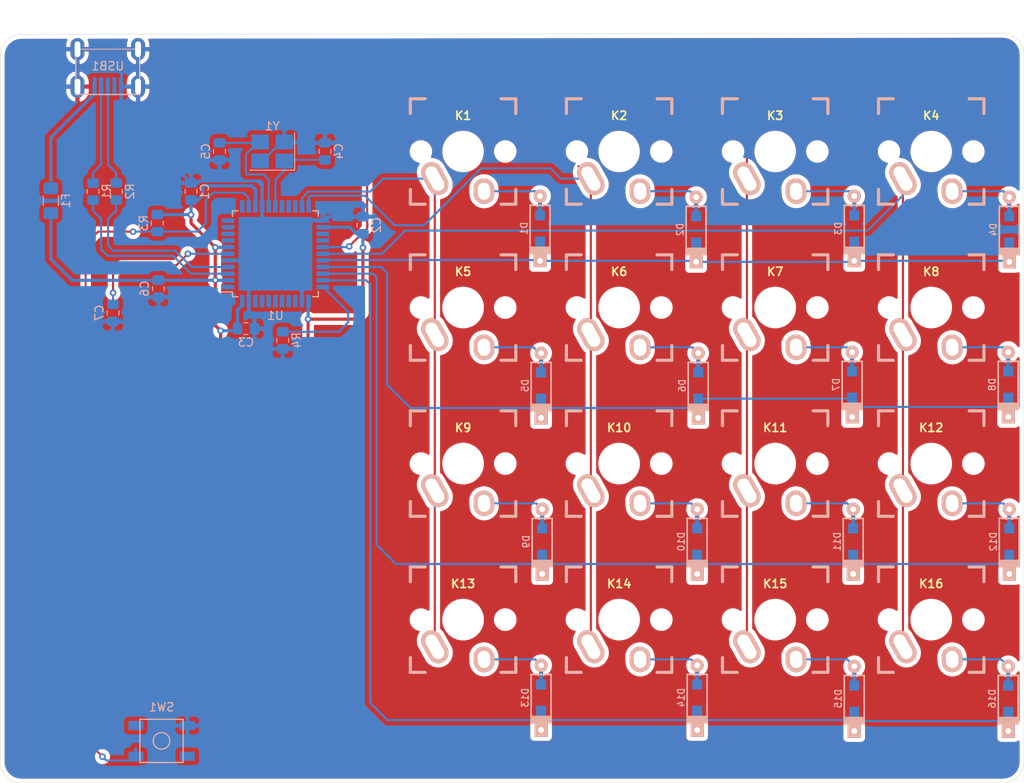
<source format=kicad_pcb>
(kicad_pcb (version 20171130) (host pcbnew "(5.1.2)-2")
  (layers (0 F.Cu signal) (31 B.Cu signal) (34 B.Paste user) (35 F.Paste user) (36 B.SilkS user) (37 F.SilkS user) (38 B.Mask user) (39 F.Mask user) (44 Edge.Cuts user))
  (net 0 "")
  (net 1 +5V)
  (net 2 "Net-(C4-Pad1)")
  (net 3 "Net-(C5-Pad1)")
  (net 4 "Net-(C7-Pad1)")
  (net 5 "Net-(D1-Pad2)")
  (net 6 ROW0)
  (net 7 "Net-(D2-Pad2)")
  (net 8 ROW1)
  (net 9 "Net-(D3-Pad2)")
  (net 10 ROW2)
  (net 11 "Net-(D4-Pad2)")
  (net 12 ROW3)
  (net 13 "Net-(D5-Pad2)")
  (net 14 "Net-(D6-Pad2)")
  (net 15 "Net-(D7-Pad2)")
  (net 16 "Net-(D8-Pad2)")
  (net 17 "Net-(D9-Pad2)")
  (net 18 "Net-(D10-Pad2)")
  (net 19 "Net-(D11-Pad2)")
  (net 20 "Net-(D12-Pad2)")
  (net 21 "Net-(D13-Pad2)")
  (net 22 "Net-(D14-Pad2)")
  (net 23 "Net-(D15-Pad2)")
  (net 24 "Net-(D16-Pad2)")
  (net 25 VCC)
  (net 26 COL0)
  (net 27 COL1)
  (net 28 COL2)
  (net 29 COL3)
  (net 30 D-)
  (net 31 "Net-(R1-Pad1)")
  (net 32 D+)
  (net 33 "Net-(R2-Pad1)")
  (net 34 "Net-(R3-Pad2)")
  (net 35 "Net-(R4-Pad2)")
  (net 36 "Net-(U1-Pad42)")
  (net 37 "Net-(U1-Pad41)")
  (net 38 "Net-(U1-Pad40)")
  (net 39 "Net-(U1-Pad39)")
  (net 40 "Net-(U1-Pad38)")
  (net 41 "Net-(U1-Pad37)")
  (net 42 "Net-(U1-Pad36)")
  (net 43 "Net-(U1-Pad26)")
  (net 44 "Net-(U1-Pad25)")
  (net 45 "Net-(U1-Pad20)")
  (net 46 "Net-(U1-Pad19)")
  (net 47 "Net-(U1-Pad18)")
  (net 48 "Net-(U1-Pad12)")
  (net 49 "Net-(U1-Pad11)")
  (net 50 "Net-(U1-Pad10)")
  (net 51 "Net-(U1-Pad9)")
  (net 52 "Net-(U1-Pad8)")
  (net 53 "Net-(U1-Pad1)")
  (net 54 "Net-(USB1-Pad2)")
  (net 55 GND)
  (module random-keyboard-parts:Molex-0548190589 (layer B.Cu) (at 146.304 38.735 270)
    (fp_text reference USB1 (at 2.032 0 180) (layer B.SilkS) (effects (justify mirror)))
    (fp_text value Molex-0548190589)
    (pad 6 thru_hole oval (at 0 3.65 270) (size 2.7 1.7) (drill oval 1.9 0.7) (layers *.Cu *.Mask) (net 55 GND))
    (pad 6 thru_hole oval (at 0 -3.65 270) (size 2.7 1.7) (drill oval 1.9 0.7) (layers *.Cu *.Mask) (net 55 GND))
    (pad 6 thru_hole oval (at 4.5 -3.65 270) (size 2.7 1.7) (drill oval 1.9 0.7) (layers *.Cu *.Mask) (net 55 GND))
    (pad 6 thru_hole oval (at 4.5 3.65 270) (size 2.7 1.7) (drill oval 1.9 0.7) (layers *.Cu *.Mask) (net 55 GND))
    (pad 5 smd rect (at 4.5 1.6 270) (size 2.25 0.5) (layers B.Cu B.Paste B.Mask) (net 25 VCC))
    (pad 4 smd rect (at 4.5 0.8 270) (size 2.25 0.5) (layers B.Cu B.Paste B.Mask) (net 30 D-))
    (pad 3 smd rect (at 4.5 0 270) (size 2.25 0.5) (layers B.Cu B.Paste B.Mask) (net 32 D+))
    (pad 2 smd rect (at 4.5 -0.8 270) (size 2.25 0.5) (layers B.Cu B.Paste B.Mask) (net 54 "Net-(USB1-Pad2)"))
    (pad 1 smd rect (at 4.5 -1.6 270) (size 2.25 0.5) (layers B.Cu B.Paste B.Mask) (net 55 GND))
  )
  (module Crystal:Crystal_SMD_3225-4Pin_3.2x2.5mm_HandSoldering (layer B.Cu) (at 166.116 51.054 180)
    (fp_text reference Y1 (at 0 3.05 180) (layer B.SilkS) (effects (justify mirror)))
    (fp_text value 16MHz)
    (pad 4 smd rect (at -1.45 1.15 180) (size 2.1 1.8) (layers B.Cu B.Paste B.Mask) (net 55 GND))
    (pad 3 smd rect (at 1.45 1.15 180) (size 2.1 1.8) (layers B.Cu B.Paste B.Mask) (net 3 "Net-(C5-Pad1)"))
    (pad 2 smd rect (at 1.45 -1.15 180) (size 2.1 1.8) (layers B.Cu B.Paste B.Mask) (net 55 GND))
    (pad 1 smd rect (at -1.45 -1.15 180) (size 2.1 1.8) (layers B.Cu B.Paste B.Mask) (net 2 "Net-(C4-Pad1)"))
  )
  (module Package_QFP:TQFP-44_10x10mm_P0.8mm (layer B.Cu) (at 166.497 63.373)
    (fp_text reference U1 (at 0 7.45) (layer B.SilkS) (effects (justify mirror)))
    (fp_text value ATmega32U4-AU)
    (pad 44 smd rect (at -4 5.7 270) (size 1.5 0.55) (layers B.Cu B.Paste B.Mask) (net 1 +5V))
    (pad 43 smd rect (at -3.2 5.7 270) (size 1.5 0.55) (layers B.Cu B.Paste B.Mask) (net 55 GND))
    (pad 42 smd rect (at -2.4 5.7 270) (size 1.5 0.55) (layers B.Cu B.Paste B.Mask) (net 36 "Net-(U1-Pad42)"))
    (pad 41 smd rect (at -1.6 5.7 270) (size 1.5 0.55) (layers B.Cu B.Paste B.Mask) (net 37 "Net-(U1-Pad41)"))
    (pad 40 smd rect (at -0.8 5.7 270) (size 1.5 0.55) (layers B.Cu B.Paste B.Mask) (net 38 "Net-(U1-Pad40)"))
    (pad 39 smd rect (at 0 5.7 270) (size 1.5 0.55) (layers B.Cu B.Paste B.Mask) (net 39 "Net-(U1-Pad39)"))
    (pad 38 smd rect (at 0.8 5.7 270) (size 1.5 0.55) (layers B.Cu B.Paste B.Mask) (net 40 "Net-(U1-Pad38)"))
    (pad 37 smd rect (at 1.6 5.7 270) (size 1.5 0.55) (layers B.Cu B.Paste B.Mask) (net 41 "Net-(U1-Pad37)"))
    (pad 36 smd rect (at 2.4 5.7 270) (size 1.5 0.55) (layers B.Cu B.Paste B.Mask) (net 42 "Net-(U1-Pad36)"))
    (pad 35 smd rect (at 3.2 5.7 270) (size 1.5 0.55) (layers B.Cu B.Paste B.Mask) (net 55 GND))
    (pad 34 smd rect (at 4 5.7 270) (size 1.5 0.55) (layers B.Cu B.Paste B.Mask) (net 1 +5V))
    (pad 33 smd rect (at 5.7 4) (size 1.5 0.55) (layers B.Cu B.Paste B.Mask) (net 35 "Net-(R4-Pad2)"))
    (pad 32 smd rect (at 5.7 3.2) (size 1.5 0.55) (layers B.Cu B.Paste B.Mask) (net 12 ROW3))
    (pad 31 smd rect (at 5.7 2.4) (size 1.5 0.55) (layers B.Cu B.Paste B.Mask) (net 10 ROW2))
    (pad 30 smd rect (at 5.7 1.6) (size 1.5 0.55) (layers B.Cu B.Paste B.Mask) (net 8 ROW1))
    (pad 29 smd rect (at 5.7 0.8) (size 1.5 0.55) (layers B.Cu B.Paste B.Mask) (net 6 ROW0))
    (pad 28 smd rect (at 5.7 0) (size 1.5 0.55) (layers B.Cu B.Paste B.Mask) (net 29 COL3))
    (pad 27 smd rect (at 5.7 -0.8) (size 1.5 0.55) (layers B.Cu B.Paste B.Mask) (net 28 COL2))
    (pad 26 smd rect (at 5.7 -1.6) (size 1.5 0.55) (layers B.Cu B.Paste B.Mask) (net 43 "Net-(U1-Pad26)"))
    (pad 25 smd rect (at 5.7 -2.4) (size 1.5 0.55) (layers B.Cu B.Paste B.Mask) (net 44 "Net-(U1-Pad25)"))
    (pad 24 smd rect (at 5.7 -3.2) (size 1.5 0.55) (layers B.Cu B.Paste B.Mask) (net 1 +5V))
    (pad 23 smd rect (at 5.7 -4) (size 1.5 0.55) (layers B.Cu B.Paste B.Mask) (net 55 GND))
    (pad 22 smd rect (at 4 -5.7 270) (size 1.5 0.55) (layers B.Cu B.Paste B.Mask) (net 27 COL1))
    (pad 21 smd rect (at 3.2 -5.7 270) (size 1.5 0.55) (layers B.Cu B.Paste B.Mask) (net 26 COL0))
    (pad 20 smd rect (at 2.4 -5.7 270) (size 1.5 0.55) (layers B.Cu B.Paste B.Mask) (net 45 "Net-(U1-Pad20)"))
    (pad 19 smd rect (at 1.6 -5.7 270) (size 1.5 0.55) (layers B.Cu B.Paste B.Mask) (net 46 "Net-(U1-Pad19)"))
    (pad 18 smd rect (at 0.8 -5.7 270) (size 1.5 0.55) (layers B.Cu B.Paste B.Mask) (net 47 "Net-(U1-Pad18)"))
    (pad 17 smd rect (at 0 -5.7 270) (size 1.5 0.55) (layers B.Cu B.Paste B.Mask) (net 2 "Net-(C4-Pad1)"))
    (pad 16 smd rect (at -0.8 -5.7 270) (size 1.5 0.55) (layers B.Cu B.Paste B.Mask) (net 3 "Net-(C5-Pad1)"))
    (pad 15 smd rect (at -1.6 -5.7 270) (size 1.5 0.55) (layers B.Cu B.Paste B.Mask) (net 55 GND))
    (pad 14 smd rect (at -2.4 -5.7 270) (size 1.5 0.55) (layers B.Cu B.Paste B.Mask) (net 1 +5V))
    (pad 13 smd rect (at -3.2 -5.7 270) (size 1.5 0.55) (layers B.Cu B.Paste B.Mask) (net 34 "Net-(R3-Pad2)"))
    (pad 12 smd rect (at -4 -5.7 270) (size 1.5 0.55) (layers B.Cu B.Paste B.Mask) (net 48 "Net-(U1-Pad12)"))
    (pad 11 smd rect (at -5.7 -4) (size 1.5 0.55) (layers B.Cu B.Paste B.Mask) (net 49 "Net-(U1-Pad11)"))
    (pad 10 smd rect (at -5.7 -3.2) (size 1.5 0.55) (layers B.Cu B.Paste B.Mask) (net 50 "Net-(U1-Pad10)"))
    (pad 9 smd rect (at -5.7 -2.4) (size 1.5 0.55) (layers B.Cu B.Paste B.Mask) (net 51 "Net-(U1-Pad9)"))
    (pad 8 smd rect (at -5.7 -1.6) (size 1.5 0.55) (layers B.Cu B.Paste B.Mask) (net 52 "Net-(U1-Pad8)"))
    (pad 7 smd rect (at -5.7 -0.8) (size 1.5 0.55) (layers B.Cu B.Paste B.Mask) (net 1 +5V))
    (pad 6 smd rect (at -5.7 0) (size 1.5 0.55) (layers B.Cu B.Paste B.Mask) (net 4 "Net-(C7-Pad1)"))
    (pad 5 smd rect (at -5.7 0.8) (size 1.5 0.55) (layers B.Cu B.Paste B.Mask) (net 55 GND))
    (pad 4 smd rect (at -5.7 1.6) (size 1.5 0.55) (layers B.Cu B.Paste B.Mask) (net 33 "Net-(R2-Pad1)"))
    (pad 3 smd rect (at -5.7 2.4) (size 1.5 0.55) (layers B.Cu B.Paste B.Mask) (net 31 "Net-(R1-Pad1)"))
    (pad 2 smd rect (at -5.7 3.2) (size 1.5 0.55) (layers B.Cu B.Paste B.Mask) (net 1 +5V))
    (pad 1 smd rect (at -5.7 4) (size 1.5 0.55) (layers B.Cu B.Paste B.Mask) (net 53 "Net-(U1-Pad1)"))
  )
  (module random-keyboard-parts:SKQG-1155865 (layer B.Cu) (at 152.781 122.047)
    (fp_text reference SW1 (at 0 -4.064) (layer B.SilkS) (effects (justify mirror)))
    (fp_text value SW_PUSH)
    (pad 4 smd rect (at -3.1 -1.85) (size 1.8 1.1) (layers B.Cu B.Paste B.Mask))
    (pad 3 smd rect (at 3.1 1.85) (size 1.8 1.1) (layers B.Cu B.Paste B.Mask))
    (pad 2 smd rect (at -3.1 1.85) (size 1.8 1.1) (layers B.Cu B.Paste B.Mask) (net 34 "Net-(R3-Pad2)"))
    (pad 1 smd rect (at 3.1 -1.85) (size 1.8 1.1) (layers B.Cu B.Paste B.Mask) (net 55 GND))
  )
  (module Resistor_SMD:R_0805_2012Metric_Pad1.15x1.40mm_HandSolder (layer B.Cu) (at 167.386 73.796 90)
    (fp_text reference R4 (at 0 1.65 90) (layer B.SilkS) (effects (justify mirror)))
    (fp_text value 10k)
    (pad 2 smd roundrect (at 1.025 0 90) (size 1.15 1.4) (layers B.Cu B.Paste B.Mask) (roundrect_rratio 0.217391) (net 35 "Net-(R4-Pad2)"))
    (pad 1 smd roundrect (at -1.025 0 90) (size 1.15 1.4) (layers B.Cu B.Paste B.Mask) (roundrect_rratio 0.217391) (net 55 GND))
  )
  (module Resistor_SMD:R_0805_2012Metric_Pad1.15x1.40mm_HandSolder (layer B.Cu) (at 152.273 59.681 270)
    (fp_text reference R3 (at 0 1.65 90) (layer B.SilkS) (effects (justify mirror)))
    (fp_text value 10k)
    (pad 2 smd roundrect (at 1.025 0 270) (size 1.15 1.4) (layers B.Cu B.Paste B.Mask) (roundrect_rratio 0.217391) (net 34 "Net-(R3-Pad2)"))
    (pad 1 smd roundrect (at -1.025 0 270) (size 1.15 1.4) (layers B.Cu B.Paste B.Mask) (roundrect_rratio 0.217391) (net 1 +5V))
  )
  (module Resistor_SMD:R_0805_2012Metric_Pad1.15x1.40mm_HandSolder (layer B.Cu) (at 147.32 55.871 90)
    (fp_text reference R2 (at 0 1.65 270) (layer B.SilkS) (effects (justify mirror)))
    (fp_text value 22)
    (pad 2 smd roundrect (at 1.025 0 90) (size 1.15 1.4) (layers B.Cu B.Paste B.Mask) (roundrect_rratio 0.217391) (net 32 D+))
    (pad 1 smd roundrect (at -1.025 0 90) (size 1.15 1.4) (layers B.Cu B.Paste B.Mask) (roundrect_rratio 0.217391) (net 33 "Net-(R2-Pad1)"))
  )
  (module Resistor_SMD:R_0805_2012Metric_Pad1.15x1.40mm_HandSolder (layer B.Cu) (at 144.526 55.889 90)
    (fp_text reference R1 (at 0 1.65 90) (layer B.SilkS) (effects (justify mirror)))
    (fp_text value 22)
    (pad 2 smd roundrect (at 1.025 0 90) (size 1.15 1.4) (layers B.Cu B.Paste B.Mask) (roundrect_rratio 0.217391) (net 30 D-))
    (pad 1 smd roundrect (at -1.025 0 90) (size 1.15 1.4) (layers B.Cu B.Paste B.Mask) (roundrect_rratio 0.217391) (net 31 "Net-(R1-Pad1)"))
  )
  (module keebs:Mx_Alps_100 (layer B.Cu) (at 245.491 107.442)
    (fp_text reference K16 (at 0 -4.318) (layer F.SilkS) (effects (font (thickness 0.2))))
    (fp_text value KEYSW hide)
    (pad 2 thru_hole oval (at 2.52 4.79 3.9) (size 2.5 3.08) (drill oval 1.5 2.08) (layers *.Cu *.Mask B.SilkS) (net 24 "Net-(D16-Pad2)"))
    (pad 1 thru_hole oval (at -3.405 3.27 29.05) (size 2.5 4.17) (drill oval 1.5 3.17) (layers *.Cu *.Mask B.SilkS) (net 29 COL3))
    (pad HOLE np_thru_hole circle (at 5.08 0) (size 1.7018 1.7018) (drill 1.7018) (layers *.Cu))
    (pad HOLE np_thru_hole circle (at -5.08 0) (size 1.7018 1.7018) (drill 1.7018) (layers *.Cu))
    (pad HOLE np_thru_hole circle (at 0 0) (size 3.9878 3.9878) (drill 3.9878) (layers *.Cu))
  )
  (module keebs:Mx_Alps_100 (layer B.Cu) (at 245.491 88.646)
    (fp_text reference K12 (at 0 -4.318) (layer F.SilkS) (effects (font (thickness 0.2))))
    (fp_text value KEYSW hide)
    (pad 2 thru_hole oval (at 2.52 4.79 3.9) (size 2.5 3.08) (drill oval 1.5 2.08) (layers *.Cu *.Mask B.SilkS) (net 20 "Net-(D12-Pad2)"))
    (pad 1 thru_hole oval (at -3.405 3.27 29.05) (size 2.5 4.17) (drill oval 1.5 3.17) (layers *.Cu *.Mask B.SilkS) (net 29 COL3))
    (pad HOLE np_thru_hole circle (at 5.08 0) (size 1.7018 1.7018) (drill 1.7018) (layers *.Cu))
    (pad HOLE np_thru_hole circle (at -5.08 0) (size 1.7018 1.7018) (drill 1.7018) (layers *.Cu))
    (pad HOLE np_thru_hole circle (at 0 0) (size 3.9878 3.9878) (drill 3.9878) (layers *.Cu))
  )
  (module keebs:Mx_Alps_100 (layer B.Cu) (at 245.491 69.85)
    (fp_text reference K8 (at 0 -4.318) (layer F.SilkS) (effects (font (thickness 0.2))))
    (fp_text value KEYSW hide)
    (pad 2 thru_hole oval (at 2.52 4.79 3.9) (size 2.5 3.08) (drill oval 1.5 2.08) (layers *.Cu *.Mask B.SilkS) (net 16 "Net-(D8-Pad2)"))
    (pad 1 thru_hole oval (at -3.405 3.27 29.05) (size 2.5 4.17) (drill oval 1.5 3.17) (layers *.Cu *.Mask B.SilkS) (net 29 COL3))
    (pad HOLE np_thru_hole circle (at 5.08 0) (size 1.7018 1.7018) (drill 1.7018) (layers *.Cu))
    (pad HOLE np_thru_hole circle (at -5.08 0) (size 1.7018 1.7018) (drill 1.7018) (layers *.Cu))
    (pad HOLE np_thru_hole circle (at 0 0) (size 3.9878 3.9878) (drill 3.9878) (layers *.Cu))
  )
  (module keebs:Mx_Alps_100 (layer B.Cu) (at 245.491 51.054)
    (fp_text reference K4 (at 0 -4.318) (layer F.SilkS) (effects (font (thickness 0.2))))
    (fp_text value KEYSW hide)
    (pad 2 thru_hole oval (at 2.52 4.79 3.9) (size 2.5 3.08) (drill oval 1.5 2.08) (layers *.Cu *.Mask B.SilkS) (net 11 "Net-(D4-Pad2)"))
    (pad 1 thru_hole oval (at -3.405 3.27 29.05) (size 2.5 4.17) (drill oval 1.5 3.17) (layers *.Cu *.Mask B.SilkS) (net 29 COL3))
    (pad HOLE np_thru_hole circle (at 5.08 0) (size 1.7018 1.7018) (drill 1.7018) (layers *.Cu))
    (pad HOLE np_thru_hole circle (at -5.08 0) (size 1.7018 1.7018) (drill 1.7018) (layers *.Cu))
    (pad HOLE np_thru_hole circle (at 0 0) (size 3.9878 3.9878) (drill 3.9878) (layers *.Cu))
  )
  (module keebs:Mx_Alps_100 (layer B.Cu) (at 226.695 107.442)
    (fp_text reference K15 (at 0 -4.318) (layer F.SilkS) (effects (font (thickness 0.2))))
    (fp_text value KEYSW hide)
    (pad 2 thru_hole oval (at 2.52 4.79 3.9) (size 2.5 3.08) (drill oval 1.5 2.08) (layers *.Cu *.Mask B.SilkS) (net 23 "Net-(D15-Pad2)"))
    (pad 1 thru_hole oval (at -3.405 3.27 29.05) (size 2.5 4.17) (drill oval 1.5 3.17) (layers *.Cu *.Mask B.SilkS) (net 28 COL2))
    (pad HOLE np_thru_hole circle (at 5.08 0) (size 1.7018 1.7018) (drill 1.7018) (layers *.Cu))
    (pad HOLE np_thru_hole circle (at -5.08 0) (size 1.7018 1.7018) (drill 1.7018) (layers *.Cu))
    (pad HOLE np_thru_hole circle (at 0 0) (size 3.9878 3.9878) (drill 3.9878) (layers *.Cu))
  )
  (module keebs:Mx_Alps_100 (layer B.Cu) (at 226.695 88.646)
    (fp_text reference K11 (at 0 -4.318) (layer F.SilkS) (effects (font (thickness 0.2))))
    (fp_text value KEYSW hide)
    (pad 2 thru_hole oval (at 2.52 4.79 3.9) (size 2.5 3.08) (drill oval 1.5 2.08) (layers *.Cu *.Mask B.SilkS) (net 19 "Net-(D11-Pad2)"))
    (pad 1 thru_hole oval (at -3.405 3.27 29.05) (size 2.5 4.17) (drill oval 1.5 3.17) (layers *.Cu *.Mask B.SilkS) (net 28 COL2))
    (pad HOLE np_thru_hole circle (at 5.08 0) (size 1.7018 1.7018) (drill 1.7018) (layers *.Cu))
    (pad HOLE np_thru_hole circle (at -5.08 0) (size 1.7018 1.7018) (drill 1.7018) (layers *.Cu))
    (pad HOLE np_thru_hole circle (at 0 0) (size 3.9878 3.9878) (drill 3.9878) (layers *.Cu))
  )
  (module keebs:Mx_Alps_100 (layer B.Cu) (at 226.695 69.85)
    (fp_text reference K7 (at 0 -4.318) (layer F.SilkS) (effects (font (thickness 0.2))))
    (fp_text value KEYSW hide)
    (pad 2 thru_hole oval (at 2.52 4.79 3.9) (size 2.5 3.08) (drill oval 1.5 2.08) (layers *.Cu *.Mask B.SilkS) (net 15 "Net-(D7-Pad2)"))
    (pad 1 thru_hole oval (at -3.405 3.27 29.05) (size 2.5 4.17) (drill oval 1.5 3.17) (layers *.Cu *.Mask B.SilkS) (net 28 COL2))
    (pad HOLE np_thru_hole circle (at 5.08 0) (size 1.7018 1.7018) (drill 1.7018) (layers *.Cu))
    (pad HOLE np_thru_hole circle (at -5.08 0) (size 1.7018 1.7018) (drill 1.7018) (layers *.Cu))
    (pad HOLE np_thru_hole circle (at 0 0) (size 3.9878 3.9878) (drill 3.9878) (layers *.Cu))
  )
  (module keebs:Mx_Alps_100 (layer B.Cu) (at 226.695 51.054)
    (fp_text reference K3 (at 0 -4.318) (layer F.SilkS) (effects (font (thickness 0.2))))
    (fp_text value KEYSW hide)
    (pad 2 thru_hole oval (at 2.52 4.79 3.9) (size 2.5 3.08) (drill oval 1.5 2.08) (layers *.Cu *.Mask B.SilkS) (net 9 "Net-(D3-Pad2)"))
    (pad 1 thru_hole oval (at -3.405 3.27 29.05) (size 2.5 4.17) (drill oval 1.5 3.17) (layers *.Cu *.Mask B.SilkS) (net 28 COL2))
    (pad HOLE np_thru_hole circle (at 5.08 0) (size 1.7018 1.7018) (drill 1.7018) (layers *.Cu))
    (pad HOLE np_thru_hole circle (at -5.08 0) (size 1.7018 1.7018) (drill 1.7018) (layers *.Cu))
    (pad HOLE np_thru_hole circle (at 0 0) (size 3.9878 3.9878) (drill 3.9878) (layers *.Cu))
  )
  (module keebs:Mx_Alps_100 (layer B.Cu) (at 207.899 107.442)
    (fp_text reference K14 (at 0 -4.318) (layer F.SilkS) (effects (font (thickness 0.2))))
    (fp_text value KEYSW hide)
    (pad 2 thru_hole oval (at 2.52 4.79 3.9) (size 2.5 3.08) (drill oval 1.5 2.08) (layers *.Cu *.Mask B.SilkS) (net 22 "Net-(D14-Pad2)"))
    (pad 1 thru_hole oval (at -3.405 3.27 29.05) (size 2.5 4.17) (drill oval 1.5 3.17) (layers *.Cu *.Mask B.SilkS) (net 27 COL1))
    (pad HOLE np_thru_hole circle (at 5.08 0) (size 1.7018 1.7018) (drill 1.7018) (layers *.Cu))
    (pad HOLE np_thru_hole circle (at -5.08 0) (size 1.7018 1.7018) (drill 1.7018) (layers *.Cu))
    (pad HOLE np_thru_hole circle (at 0 0) (size 3.9878 3.9878) (drill 3.9878) (layers *.Cu))
  )
  (module keebs:Mx_Alps_100 (layer B.Cu) (at 207.899 88.646)
    (fp_text reference K10 (at 0 -4.318) (layer F.SilkS) (effects (font (thickness 0.2))))
    (fp_text value KEYSW hide)
    (pad 2 thru_hole oval (at 2.52 4.79 3.9) (size 2.5 3.08) (drill oval 1.5 2.08) (layers *.Cu *.Mask B.SilkS) (net 18 "Net-(D10-Pad2)"))
    (pad 1 thru_hole oval (at -3.405 3.27 29.05) (size 2.5 4.17) (drill oval 1.5 3.17) (layers *.Cu *.Mask B.SilkS) (net 27 COL1))
    (pad HOLE np_thru_hole circle (at 5.08 0) (size 1.7018 1.7018) (drill 1.7018) (layers *.Cu))
    (pad HOLE np_thru_hole circle (at -5.08 0) (size 1.7018 1.7018) (drill 1.7018) (layers *.Cu))
    (pad HOLE np_thru_hole circle (at 0 0) (size 3.9878 3.9878) (drill 3.9878) (layers *.Cu))
  )
  (module keebs:Mx_Alps_100 (layer B.Cu) (at 207.899 69.85)
    (fp_text reference K6 (at 0 -4.318) (layer F.SilkS) (effects (font (thickness 0.2))))
    (fp_text value KEYSW hide)
    (pad 2 thru_hole oval (at 2.52 4.79 3.9) (size 2.5 3.08) (drill oval 1.5 2.08) (layers *.Cu *.Mask B.SilkS) (net 14 "Net-(D6-Pad2)"))
    (pad 1 thru_hole oval (at -3.405 3.27 29.05) (size 2.5 4.17) (drill oval 1.5 3.17) (layers *.Cu *.Mask B.SilkS) (net 27 COL1))
    (pad HOLE np_thru_hole circle (at 5.08 0) (size 1.7018 1.7018) (drill 1.7018) (layers *.Cu))
    (pad HOLE np_thru_hole circle (at -5.08 0) (size 1.7018 1.7018) (drill 1.7018) (layers *.Cu))
    (pad HOLE np_thru_hole circle (at 0 0) (size 3.9878 3.9878) (drill 3.9878) (layers *.Cu))
  )
  (module keebs:Mx_Alps_100 (layer B.Cu) (at 207.899 51.054)
    (fp_text reference K2 (at 0 -4.318) (layer F.SilkS) (effects (font (thickness 0.2))))
    (fp_text value KEYSW hide)
    (pad 2 thru_hole oval (at 2.52 4.79 3.9) (size 2.5 3.08) (drill oval 1.5 2.08) (layers *.Cu *.Mask B.SilkS) (net 7 "Net-(D2-Pad2)"))
    (pad 1 thru_hole oval (at -3.405 3.27 29.05) (size 2.5 4.17) (drill oval 1.5 3.17) (layers *.Cu *.Mask B.SilkS) (net 27 COL1))
    (pad HOLE np_thru_hole circle (at 5.08 0) (size 1.7018 1.7018) (drill 1.7018) (layers *.Cu))
    (pad HOLE np_thru_hole circle (at -5.08 0) (size 1.7018 1.7018) (drill 1.7018) (layers *.Cu))
    (pad HOLE np_thru_hole circle (at 0 0) (size 3.9878 3.9878) (drill 3.9878) (layers *.Cu))
  )
  (module keebs:Mx_Alps_100 (layer B.Cu) (at 189.103 107.442)
    (fp_text reference K13 (at 0 -4.318) (layer F.SilkS) (effects (font (thickness 0.2))))
    (fp_text value KEYSW hide)
    (pad 2 thru_hole oval (at 2.52 4.79 3.9) (size 2.5 3.08) (drill oval 1.5 2.08) (layers *.Cu *.Mask B.SilkS) (net 21 "Net-(D13-Pad2)"))
    (pad 1 thru_hole oval (at -3.405 3.27 29.05) (size 2.5 4.17) (drill oval 1.5 3.17) (layers *.Cu *.Mask B.SilkS) (net 26 COL0))
    (pad HOLE np_thru_hole circle (at 5.08 0) (size 1.7018 1.7018) (drill 1.7018) (layers *.Cu))
    (pad HOLE np_thru_hole circle (at -5.08 0) (size 1.7018 1.7018) (drill 1.7018) (layers *.Cu))
    (pad HOLE np_thru_hole circle (at 0 0) (size 3.9878 3.9878) (drill 3.9878) (layers *.Cu))
  )
  (module keebs:Mx_Alps_100 (layer B.Cu) (at 189.103 88.646)
    (fp_text reference K9 (at 0 -4.318) (layer F.SilkS) (effects (font (thickness 0.2))))
    (fp_text value KEYSW hide)
    (pad 2 thru_hole oval (at 2.52 4.79 3.9) (size 2.5 3.08) (drill oval 1.5 2.08) (layers *.Cu *.Mask B.SilkS) (net 17 "Net-(D9-Pad2)"))
    (pad 1 thru_hole oval (at -3.405 3.27 29.05) (size 2.5 4.17) (drill oval 1.5 3.17) (layers *.Cu *.Mask B.SilkS) (net 26 COL0))
    (pad HOLE np_thru_hole circle (at 5.08 0) (size 1.7018 1.7018) (drill 1.7018) (layers *.Cu))
    (pad HOLE np_thru_hole circle (at -5.08 0) (size 1.7018 1.7018) (drill 1.7018) (layers *.Cu))
    (pad HOLE np_thru_hole circle (at 0 0) (size 3.9878 3.9878) (drill 3.9878) (layers *.Cu))
  )
  (module keebs:Mx_Alps_100 (layer B.Cu) (at 189.103 69.85)
    (fp_text reference K5 (at 0 -4.318) (layer F.SilkS) (effects (font (thickness 0.2))))
    (fp_text value KEYSW hide)
    (pad 2 thru_hole oval (at 2.52 4.79 3.9) (size 2.5 3.08) (drill oval 1.5 2.08) (layers *.Cu *.Mask B.SilkS) (net 13 "Net-(D5-Pad2)"))
    (pad 1 thru_hole oval (at -3.405 3.27 29.05) (size 2.5 4.17) (drill oval 1.5 3.17) (layers *.Cu *.Mask B.SilkS) (net 26 COL0))
    (pad HOLE np_thru_hole circle (at 5.08 0) (size 1.7018 1.7018) (drill 1.7018) (layers *.Cu))
    (pad HOLE np_thru_hole circle (at -5.08 0) (size 1.7018 1.7018) (drill 1.7018) (layers *.Cu))
    (pad HOLE np_thru_hole circle (at 0 0) (size 3.9878 3.9878) (drill 3.9878) (layers *.Cu))
  )
  (module keebs:Mx_Alps_100 (layer B.Cu) (at 189.103 51.054)
    (fp_text reference K1 (at 0 -4.318) (layer F.SilkS) (effects (font (thickness 0.2))))
    (fp_text value KEYSW hide)
    (pad 2 thru_hole oval (at 2.52 4.79 3.9) (size 2.5 3.08) (drill oval 1.5 2.08) (layers *.Cu *.Mask B.SilkS) (net 5 "Net-(D1-Pad2)"))
    (pad 1 thru_hole oval (at -3.405 3.27 29.05) (size 2.5 4.17) (drill oval 1.5 3.17) (layers *.Cu *.Mask B.SilkS) (net 26 COL0))
    (pad HOLE np_thru_hole circle (at 5.08 0) (size 1.7018 1.7018) (drill 1.7018) (layers *.Cu))
    (pad HOLE np_thru_hole circle (at -5.08 0) (size 1.7018 1.7018) (drill 1.7018) (layers *.Cu))
    (pad HOLE np_thru_hole circle (at 0 0) (size 3.9878 3.9878) (drill 3.9878) (layers *.Cu))
  )
  (module Fuse:Fuse_1206_3216Metric_Pad1.42x1.75mm_HandSolder (layer B.Cu) (at 139.446 56.9865 90)
    (fp_text reference F1 (at 0 1.82 90) (layer B.SilkS) (effects (justify mirror)))
    (fp_text value 500mA)
    (pad 2 smd roundrect (at 1.4875 0 90) (size 1.425 1.75) (layers B.Cu B.Paste B.Mask) (roundrect_rratio 0.175439) (net 25 VCC))
    (pad 1 smd roundrect (at -1.4875 0 90) (size 1.425 1.75) (layers B.Cu B.Paste B.Mask) (roundrect_rratio 0.175439) (net 1 +5V))
  )
  (module keyboard_parts:D_SOD123_axial (layer B.Cu) (at 254.762 116.967 90)
    (fp_text reference D16 (at 0 -1.925 90) (layer B.SilkS) (effects (font (size 0.8 0.8)) (justify mirror)))
    (fp_text value " " hide)
    (pad 2 smd rect (at 2.7 0 90) (size 2.5 0.5) (layers B.Cu) (net 24 "Net-(D16-Pad2)"))
    (pad 1 smd rect (at -2.7 0 90) (size 2.5 0.5) (layers B.Cu) (net 12 ROW3))
    (pad 2 thru_hole circle (at 3.9 0 90) (size 1.6 1.6) (drill 0.7) (layers *.Cu *.Mask B.SilkS) (net 24 "Net-(D16-Pad2)"))
    (pad 1 thru_hole rect (at -3.9 0 90) (size 1.6 1.6) (drill 0.7) (layers *.Cu *.Mask B.SilkS) (net 12 ROW3))
    (pad 1 smd rect (at -1.575 0 90) (size 1.2 1.2) (layers B.Cu B.Paste B.Mask) (net 12 ROW3))
    (pad 2 smd rect (at 1.575 0 90) (size 1.2 1.2) (layers B.Cu B.Paste B.Mask) (net 24 "Net-(D16-Pad2)"))
  )
  (module keyboard_parts:D_SOD123_axial (layer B.Cu) (at 254.889 98.044 90)
    (fp_text reference D12 (at 0 -1.925 90) (layer B.SilkS) (effects (font (size 0.8 0.8)) (justify mirror)))
    (fp_text value " " hide)
    (pad 2 smd rect (at 2.7 0 90) (size 2.5 0.5) (layers B.Cu) (net 20 "Net-(D12-Pad2)"))
    (pad 1 smd rect (at -2.7 0 90) (size 2.5 0.5) (layers B.Cu) (net 10 ROW2))
    (pad 2 thru_hole circle (at 3.9 0 90) (size 1.6 1.6) (drill 0.7) (layers *.Cu *.Mask B.SilkS) (net 20 "Net-(D12-Pad2)"))
    (pad 1 thru_hole rect (at -3.9 0 90) (size 1.6 1.6) (drill 0.7) (layers *.Cu *.Mask B.SilkS) (net 10 ROW2))
    (pad 1 smd rect (at -1.575 0 90) (size 1.2 1.2) (layers B.Cu B.Paste B.Mask) (net 10 ROW2))
    (pad 2 smd rect (at 1.575 0 90) (size 1.2 1.2) (layers B.Cu B.Paste B.Mask) (net 20 "Net-(D12-Pad2)"))
  )
  (module keyboard_parts:D_SOD123_axial (layer B.Cu) (at 254.762 79.121 90)
    (fp_text reference D8 (at 0 -1.925 90) (layer B.SilkS) (effects (font (size 0.8 0.8)) (justify mirror)))
    (fp_text value " " hide)
    (pad 2 smd rect (at 2.7 0 90) (size 2.5 0.5) (layers B.Cu) (net 16 "Net-(D8-Pad2)"))
    (pad 1 smd rect (at -2.7 0 90) (size 2.5 0.5) (layers B.Cu) (net 8 ROW1))
    (pad 2 thru_hole circle (at 3.9 0 90) (size 1.6 1.6) (drill 0.7) (layers *.Cu *.Mask B.SilkS) (net 16 "Net-(D8-Pad2)"))
    (pad 1 thru_hole rect (at -3.9 0 90) (size 1.6 1.6) (drill 0.7) (layers *.Cu *.Mask B.SilkS) (net 8 ROW1))
    (pad 1 smd rect (at -1.575 0 90) (size 1.2 1.2) (layers B.Cu B.Paste B.Mask) (net 8 ROW1))
    (pad 2 smd rect (at 1.575 0 90) (size 1.2 1.2) (layers B.Cu B.Paste B.Mask) (net 16 "Net-(D8-Pad2)"))
  )
  (module keyboard_parts:D_SOD123_axial (layer B.Cu) (at 254.889 60.452 90)
    (fp_text reference D4 (at 0 -1.925 90) (layer B.SilkS) (effects (font (size 0.8 0.8)) (justify mirror)))
    (fp_text value " " hide)
    (pad 2 smd rect (at 2.7 0 90) (size 2.5 0.5) (layers B.Cu) (net 11 "Net-(D4-Pad2)"))
    (pad 1 smd rect (at -2.7 0 90) (size 2.5 0.5) (layers B.Cu) (net 6 ROW0))
    (pad 2 thru_hole circle (at 3.9 0 90) (size 1.6 1.6) (drill 0.7) (layers *.Cu *.Mask B.SilkS) (net 11 "Net-(D4-Pad2)"))
    (pad 1 thru_hole rect (at -3.9 0 90) (size 1.6 1.6) (drill 0.7) (layers *.Cu *.Mask B.SilkS) (net 6 ROW0))
    (pad 1 smd rect (at -1.575 0 90) (size 1.2 1.2) (layers B.Cu B.Paste B.Mask) (net 6 ROW0))
    (pad 2 smd rect (at 1.575 0 90) (size 1.2 1.2) (layers B.Cu B.Paste B.Mask) (net 11 "Net-(D4-Pad2)"))
  )
  (module keyboard_parts:D_SOD123_axial (layer B.Cu) (at 236.22 116.967 90)
    (fp_text reference D15 (at 0 -1.925 90) (layer B.SilkS) (effects (font (size 0.8 0.8)) (justify mirror)))
    (fp_text value " " hide)
    (pad 2 smd rect (at 2.7 0 90) (size 2.5 0.5) (layers B.Cu) (net 23 "Net-(D15-Pad2)"))
    (pad 1 smd rect (at -2.7 0 90) (size 2.5 0.5) (layers B.Cu) (net 12 ROW3))
    (pad 2 thru_hole circle (at 3.9 0 90) (size 1.6 1.6) (drill 0.7) (layers *.Cu *.Mask B.SilkS) (net 23 "Net-(D15-Pad2)"))
    (pad 1 thru_hole rect (at -3.9 0 90) (size 1.6 1.6) (drill 0.7) (layers *.Cu *.Mask B.SilkS) (net 12 ROW3))
    (pad 1 smd rect (at -1.575 0 90) (size 1.2 1.2) (layers B.Cu B.Paste B.Mask) (net 12 ROW3))
    (pad 2 smd rect (at 1.575 0 90) (size 1.2 1.2) (layers B.Cu B.Paste B.Mask) (net 23 "Net-(D15-Pad2)"))
  )
  (module keyboard_parts:D_SOD123_axial (layer B.Cu) (at 236.093 98.044 90)
    (fp_text reference D11 (at 0 -1.925 90) (layer B.SilkS) (effects (font (size 0.8 0.8)) (justify mirror)))
    (fp_text value " " hide)
    (pad 2 smd rect (at 2.7 0 90) (size 2.5 0.5) (layers B.Cu) (net 19 "Net-(D11-Pad2)"))
    (pad 1 smd rect (at -2.7 0 90) (size 2.5 0.5) (layers B.Cu) (net 10 ROW2))
    (pad 2 thru_hole circle (at 3.9 0 90) (size 1.6 1.6) (drill 0.7) (layers *.Cu *.Mask B.SilkS) (net 19 "Net-(D11-Pad2)"))
    (pad 1 thru_hole rect (at -3.9 0 90) (size 1.6 1.6) (drill 0.7) (layers *.Cu *.Mask B.SilkS) (net 10 ROW2))
    (pad 1 smd rect (at -1.575 0 90) (size 1.2 1.2) (layers B.Cu B.Paste B.Mask) (net 10 ROW2))
    (pad 2 smd rect (at 1.575 0 90) (size 1.2 1.2) (layers B.Cu B.Paste B.Mask) (net 19 "Net-(D11-Pad2)"))
  )
  (module keyboard_parts:D_SOD123_axial (layer B.Cu) (at 235.966 79.121 90)
    (fp_text reference D7 (at 0 -1.925 90) (layer B.SilkS) (effects (font (size 0.8 0.8)) (justify mirror)))
    (fp_text value " " hide)
    (pad 2 smd rect (at 2.7 0 90) (size 2.5 0.5) (layers B.Cu) (net 15 "Net-(D7-Pad2)"))
    (pad 1 smd rect (at -2.7 0 90) (size 2.5 0.5) (layers B.Cu) (net 8 ROW1))
    (pad 2 thru_hole circle (at 3.9 0 90) (size 1.6 1.6) (drill 0.7) (layers *.Cu *.Mask B.SilkS) (net 15 "Net-(D7-Pad2)"))
    (pad 1 thru_hole rect (at -3.9 0 90) (size 1.6 1.6) (drill 0.7) (layers *.Cu *.Mask B.SilkS) (net 8 ROW1))
    (pad 1 smd rect (at -1.575 0 90) (size 1.2 1.2) (layers B.Cu B.Paste B.Mask) (net 8 ROW1))
    (pad 2 smd rect (at 1.575 0 90) (size 1.2 1.2) (layers B.Cu B.Paste B.Mask) (net 15 "Net-(D7-Pad2)"))
  )
  (module keyboard_parts:D_SOD123_axial (layer B.Cu) (at 236.22 60.325 90)
    (fp_text reference D3 (at 0 -1.925 90) (layer B.SilkS) (effects (font (size 0.8 0.8)) (justify mirror)))
    (fp_text value " " hide)
    (pad 2 smd rect (at 2.7 0 90) (size 2.5 0.5) (layers B.Cu) (net 9 "Net-(D3-Pad2)"))
    (pad 1 smd rect (at -2.7 0 90) (size 2.5 0.5) (layers B.Cu) (net 6 ROW0))
    (pad 2 thru_hole circle (at 3.9 0 90) (size 1.6 1.6) (drill 0.7) (layers *.Cu *.Mask B.SilkS) (net 9 "Net-(D3-Pad2)"))
    (pad 1 thru_hole rect (at -3.9 0 90) (size 1.6 1.6) (drill 0.7) (layers *.Cu *.Mask B.SilkS) (net 6 ROW0))
    (pad 1 smd rect (at -1.575 0 90) (size 1.2 1.2) (layers B.Cu B.Paste B.Mask) (net 6 ROW0))
    (pad 2 smd rect (at 1.575 0 90) (size 1.2 1.2) (layers B.Cu B.Paste B.Mask) (net 9 "Net-(D3-Pad2)"))
  )
  (module keyboard_parts:D_SOD123_axial (layer B.Cu) (at 217.297 116.84 90)
    (fp_text reference D14 (at 0 -1.925 90) (layer B.SilkS) (effects (font (size 0.8 0.8)) (justify mirror)))
    (fp_text value " " hide)
    (pad 2 smd rect (at 2.7 0 90) (size 2.5 0.5) (layers B.Cu) (net 22 "Net-(D14-Pad2)"))
    (pad 1 smd rect (at -2.7 0 90) (size 2.5 0.5) (layers B.Cu) (net 12 ROW3))
    (pad 2 thru_hole circle (at 3.9 0 90) (size 1.6 1.6) (drill 0.7) (layers *.Cu *.Mask B.SilkS) (net 22 "Net-(D14-Pad2)"))
    (pad 1 thru_hole rect (at -3.9 0 90) (size 1.6 1.6) (drill 0.7) (layers *.Cu *.Mask B.SilkS) (net 12 ROW3))
    (pad 1 smd rect (at -1.575 0 90) (size 1.2 1.2) (layers B.Cu B.Paste B.Mask) (net 12 ROW3))
    (pad 2 smd rect (at 1.575 0 90) (size 1.2 1.2) (layers B.Cu B.Paste B.Mask) (net 22 "Net-(D14-Pad2)"))
  )
  (module keyboard_parts:D_SOD123_axial (layer B.Cu) (at 217.297 98.044 90)
    (fp_text reference D10 (at 0 -1.925 90) (layer B.SilkS) (effects (font (size 0.8 0.8)) (justify mirror)))
    (fp_text value " " hide)
    (pad 2 smd rect (at 2.7 0 90) (size 2.5 0.5) (layers B.Cu) (net 18 "Net-(D10-Pad2)"))
    (pad 1 smd rect (at -2.7 0 90) (size 2.5 0.5) (layers B.Cu) (net 10 ROW2))
    (pad 2 thru_hole circle (at 3.9 0 90) (size 1.6 1.6) (drill 0.7) (layers *.Cu *.Mask B.SilkS) (net 18 "Net-(D10-Pad2)"))
    (pad 1 thru_hole rect (at -3.9 0 90) (size 1.6 1.6) (drill 0.7) (layers *.Cu *.Mask B.SilkS) (net 10 ROW2))
    (pad 1 smd rect (at -1.575 0 90) (size 1.2 1.2) (layers B.Cu B.Paste B.Mask) (net 10 ROW2))
    (pad 2 smd rect (at 1.575 0 90) (size 1.2 1.2) (layers B.Cu B.Paste B.Mask) (net 18 "Net-(D10-Pad2)"))
  )
  (module keyboard_parts:D_SOD123_axial (layer B.Cu) (at 217.424 79.248 90)
    (fp_text reference D6 (at 0 -1.925 270) (layer B.SilkS) (effects (font (size 0.8 0.8)) (justify mirror)))
    (fp_text value " " hide)
    (pad 2 smd rect (at 2.7 0 90) (size 2.5 0.5) (layers B.Cu) (net 14 "Net-(D6-Pad2)"))
    (pad 1 smd rect (at -2.7 0 90) (size 2.5 0.5) (layers B.Cu) (net 8 ROW1))
    (pad 2 thru_hole circle (at 3.9 0 90) (size 1.6 1.6) (drill 0.7) (layers *.Cu *.Mask B.SilkS) (net 14 "Net-(D6-Pad2)"))
    (pad 1 thru_hole rect (at -3.9 0 90) (size 1.6 1.6) (drill 0.7) (layers *.Cu *.Mask B.SilkS) (net 8 ROW1))
    (pad 1 smd rect (at -1.575 0 90) (size 1.2 1.2) (layers B.Cu B.Paste B.Mask) (net 8 ROW1))
    (pad 2 smd rect (at 1.575 0 90) (size 1.2 1.2) (layers B.Cu B.Paste B.Mask) (net 14 "Net-(D6-Pad2)"))
  )
  (module keyboard_parts:D_SOD123_axial (layer B.Cu) (at 217.17 60.452 90)
    (fp_text reference D2 (at 0 -1.925 270) (layer B.SilkS) (effects (font (size 0.8 0.8)) (justify mirror)))
    (fp_text value " " hide)
    (pad 2 smd rect (at 2.7 0 90) (size 2.5 0.5) (layers B.Cu) (net 7 "Net-(D2-Pad2)"))
    (pad 1 smd rect (at -2.7 0 90) (size 2.5 0.5) (layers B.Cu) (net 6 ROW0))
    (pad 2 thru_hole circle (at 3.9 0 90) (size 1.6 1.6) (drill 0.7) (layers *.Cu *.Mask B.SilkS) (net 7 "Net-(D2-Pad2)"))
    (pad 1 thru_hole rect (at -3.9 0 90) (size 1.6 1.6) (drill 0.7) (layers *.Cu *.Mask B.SilkS) (net 6 ROW0))
    (pad 1 smd rect (at -1.575 0 90) (size 1.2 1.2) (layers B.Cu B.Paste B.Mask) (net 6 ROW0))
    (pad 2 smd rect (at 1.575 0 90) (size 1.2 1.2) (layers B.Cu B.Paste B.Mask) (net 7 "Net-(D2-Pad2)"))
  )
  (module keyboard_parts:D_SOD123_axial (layer B.Cu) (at 198.501 116.84 90)
    (fp_text reference D13 (at 0 -1.925 270) (layer B.SilkS) (effects (font (size 0.8 0.8)) (justify mirror)))
    (fp_text value " " hide)
    (pad 2 smd rect (at 2.7 0 90) (size 2.5 0.5) (layers B.Cu) (net 21 "Net-(D13-Pad2)"))
    (pad 1 smd rect (at -2.7 0 90) (size 2.5 0.5) (layers B.Cu) (net 12 ROW3))
    (pad 2 thru_hole circle (at 3.9 0 90) (size 1.6 1.6) (drill 0.7) (layers *.Cu *.Mask B.SilkS) (net 21 "Net-(D13-Pad2)"))
    (pad 1 thru_hole rect (at -3.9 0 90) (size 1.6 1.6) (drill 0.7) (layers *.Cu *.Mask B.SilkS) (net 12 ROW3))
    (pad 1 smd rect (at -1.575 0 90) (size 1.2 1.2) (layers B.Cu B.Paste B.Mask) (net 12 ROW3))
    (pad 2 smd rect (at 1.575 0 90) (size 1.2 1.2) (layers B.Cu B.Paste B.Mask) (net 21 "Net-(D13-Pad2)"))
  )
  (module keyboard_parts:D_SOD123_axial (layer B.Cu) (at 198.628 98.044 90)
    (fp_text reference D9 (at 0 -1.925 270) (layer B.SilkS) (effects (font (size 0.8 0.8)) (justify mirror)))
    (fp_text value " " hide)
    (pad 2 smd rect (at 2.7 0 90) (size 2.5 0.5) (layers B.Cu) (net 17 "Net-(D9-Pad2)"))
    (pad 1 smd rect (at -2.7 0 90) (size 2.5 0.5) (layers B.Cu) (net 10 ROW2))
    (pad 2 thru_hole circle (at 3.9 0 90) (size 1.6 1.6) (drill 0.7) (layers *.Cu *.Mask B.SilkS) (net 17 "Net-(D9-Pad2)"))
    (pad 1 thru_hole rect (at -3.9 0 90) (size 1.6 1.6) (drill 0.7) (layers *.Cu *.Mask B.SilkS) (net 10 ROW2))
    (pad 1 smd rect (at -1.575 0 90) (size 1.2 1.2) (layers B.Cu B.Paste B.Mask) (net 10 ROW2))
    (pad 2 smd rect (at 1.575 0 90) (size 1.2 1.2) (layers B.Cu B.Paste B.Mask) (net 17 "Net-(D9-Pad2)"))
  )
  (module keyboard_parts:D_SOD123_axial (layer B.Cu) (at 198.501 79.248 90)
    (fp_text reference D5 (at 0 -1.925 270) (layer B.SilkS) (effects (font (size 0.8 0.8)) (justify mirror)))
    (fp_text value " " hide)
    (pad 2 smd rect (at 2.7 0 90) (size 2.5 0.5) (layers B.Cu) (net 13 "Net-(D5-Pad2)"))
    (pad 1 smd rect (at -2.7 0 90) (size 2.5 0.5) (layers B.Cu) (net 8 ROW1))
    (pad 2 thru_hole circle (at 3.9 0 90) (size 1.6 1.6) (drill 0.7) (layers *.Cu *.Mask B.SilkS) (net 13 "Net-(D5-Pad2)"))
    (pad 1 thru_hole rect (at -3.9 0 90) (size 1.6 1.6) (drill 0.7) (layers *.Cu *.Mask B.SilkS) (net 8 ROW1))
    (pad 1 smd rect (at -1.575 0 90) (size 1.2 1.2) (layers B.Cu B.Paste B.Mask) (net 8 ROW1))
    (pad 2 smd rect (at 1.575 0 90) (size 1.2 1.2) (layers B.Cu B.Paste B.Mask) (net 13 "Net-(D5-Pad2)"))
  )
  (module keyboard_parts:D_SOD123_axial (layer B.Cu) (at 198.374 60.325 90)
    (fp_text reference D1 (at 0 -1.925 270) (layer B.SilkS) (effects (font (size 0.8 0.8)) (justify mirror)))
    (fp_text value " " hide)
    (pad 2 smd rect (at 2.7 0 90) (size 2.5 0.5) (layers B.Cu) (net 5 "Net-(D1-Pad2)"))
    (pad 1 smd rect (at -2.7 0 90) (size 2.5 0.5) (layers B.Cu) (net 6 ROW0))
    (pad 2 thru_hole circle (at 3.9 0 90) (size 1.6 1.6) (drill 0.7) (layers *.Cu *.Mask B.SilkS) (net 5 "Net-(D1-Pad2)"))
    (pad 1 thru_hole rect (at -3.9 0 90) (size 1.6 1.6) (drill 0.7) (layers *.Cu *.Mask B.SilkS) (net 6 ROW0))
    (pad 1 smd rect (at -1.575 0 90) (size 1.2 1.2) (layers B.Cu B.Paste B.Mask) (net 6 ROW0))
    (pad 2 smd rect (at 1.575 0 90) (size 1.2 1.2) (layers B.Cu B.Paste B.Mask) (net 5 "Net-(D1-Pad2)"))
  )
  (module Capacitor_SMD:C_0805_2012Metric_Pad1.15x1.40mm_HandSolder (layer B.Cu) (at 146.939 70.494 270)
    (fp_text reference C7 (at 0 1.65 90) (layer B.SilkS) (effects (justify mirror)))
    (fp_text value 1uf)
    (pad 2 smd roundrect (at 1.025 0 270) (size 1.15 1.4) (layers B.Cu B.Paste B.Mask) (roundrect_rratio 0.217391) (net 55 GND))
    (pad 1 smd roundrect (at -1.025 0 270) (size 1.15 1.4) (layers B.Cu B.Paste B.Mask) (roundrect_rratio 0.217391) (net 4 "Net-(C7-Pad1)"))
  )
  (module Capacitor_SMD:C_0805_2012Metric_Pad1.15x1.40mm_HandSolder (layer B.Cu) (at 152.4 67.573 270)
    (fp_text reference C6 (at 0 1.65 90) (layer B.SilkS) (effects (justify mirror)))
    (fp_text value 10uF)
    (pad 2 smd roundrect (at 1.025 0 270) (size 1.15 1.4) (layers B.Cu B.Paste B.Mask) (roundrect_rratio 0.217391) (net 55 GND))
    (pad 1 smd roundrect (at -1.025 0 270) (size 1.15 1.4) (layers B.Cu B.Paste B.Mask) (roundrect_rratio 0.217391) (net 1 +5V))
  )
  (module Capacitor_SMD:C_0805_2012Metric_Pad1.15x1.40mm_HandSolder (layer B.Cu) (at 159.766 51.045 270)
    (fp_text reference C5 (at 0 1.65 90) (layer B.SilkS) (effects (justify mirror)))
    (fp_text value 22Pf)
    (pad 2 smd roundrect (at 1.025 0 270) (size 1.15 1.4) (layers B.Cu B.Paste B.Mask) (roundrect_rratio 0.217391) (net 55 GND))
    (pad 1 smd roundrect (at -1.025 0 270) (size 1.15 1.4) (layers B.Cu B.Paste B.Mask) (roundrect_rratio 0.217391) (net 3 "Net-(C5-Pad1)"))
  )
  (module Capacitor_SMD:C_0805_2012Metric_Pad1.15x1.40mm_HandSolder (layer B.Cu) (at 172.466 51.045 90)
    (fp_text reference C4 (at 0 1.65 90) (layer B.SilkS) (effects (justify mirror)))
    (fp_text value 22pF)
    (pad 2 smd roundrect (at 1.025 0 90) (size 1.15 1.4) (layers B.Cu B.Paste B.Mask) (roundrect_rratio 0.217391) (net 55 GND))
    (pad 1 smd roundrect (at -1.025 0 90) (size 1.15 1.4) (layers B.Cu B.Paste B.Mask) (roundrect_rratio 0.217391) (net 2 "Net-(C4-Pad1)"))
  )
  (module Capacitor_SMD:C_0805_2012Metric_Pad1.15x1.40mm_HandSolder (layer B.Cu) (at 162.95 72.39)
    (fp_text reference C3 (at 0 1.65) (layer B.SilkS) (effects (justify mirror)))
    (fp_text value 0.1uF)
    (pad 2 smd roundrect (at 1.025 0) (size 1.15 1.4) (layers B.Cu B.Paste B.Mask) (roundrect_rratio 0.217391) (net 55 GND))
    (pad 1 smd roundrect (at -1.025 0) (size 1.15 1.4) (layers B.Cu B.Paste B.Mask) (roundrect_rratio 0.217391) (net 1 +5V))
  )
  (module Capacitor_SMD:C_0805_2012Metric_Pad1.15x1.40mm_HandSolder (layer B.Cu) (at 177.038 59.935 90)
    (fp_text reference C2 (at 0 1.65 90) (layer B.SilkS) (effects (justify mirror)))
    (fp_text value 0.1uF)
    (pad 2 smd roundrect (at 1.025 0 90) (size 1.15 1.4) (layers B.Cu B.Paste B.Mask) (roundrect_rratio 0.217391) (net 55 GND))
    (pad 1 smd roundrect (at -1.025 0 90) (size 1.15 1.4) (layers B.Cu B.Paste B.Mask) (roundrect_rratio 0.217391) (net 1 +5V))
  )
  (module Capacitor_SMD:C_0805_2012Metric_Pad1.15x1.40mm_HandSolder (layer B.Cu) (at 156.337 55.871 90)
    (fp_text reference C1 (at 0 1.65 90) (layer B.SilkS) (effects (justify mirror)))
    (fp_text value 0.1uF)
    (pad 2 smd roundrect (at 1.025 0 90) (size 1.15 1.4) (layers B.Cu B.Paste B.Mask) (roundrect_rratio 0.217391) (net 55 GND))
    (pad 1 smd roundrect (at -1.025 0 90) (size 1.15 1.4) (layers B.Cu B.Paste B.Mask) (roundrect_rratio 0.217391) (net 1 +5V))
  )
  (gr_line (start 133.35 39.497) (end 133.35 124.587) (layer Edge.Cuts) (width 0.05))
  (gr_line (start 254.127 36.83) (end 135.89 36.957) (layer Edge.Cuts) (width 0.05))
  (gr_line (start 254.127 127.127) (end 135.89 127.127) (layer Edge.Cuts) (width 0.05))
  (gr_line (start 256.667 39.37) (end 256.667 124.587) (layer Edge.Cuts) (width 0.05))
  (gr_arc (start 135.89 124.587) (end 133.35 124.587) (angle -90) (layer Edge.Cuts) (width 0.05))
  (gr_arc (start 135.89 39.497) (end 135.89 36.957) (angle -90) (layer Edge.Cuts) (width 0.05))
  (gr_arc (start 254.127 124.587) (end 254.127 127.127) (angle -90) (layer Edge.Cuts) (width 0.05))
  (gr_arc (start 254.127 39.37) (end 256.667 39.37) (angle -90) (layer Edge.Cuts) (width 0.05))
  (segment (start 173.328 60.173) (end 172.197 60.173) (width 0.381) (layer B.Cu) (net 1))
  (segment (start 175.451 60.173) (end 173.328 60.173) (width 0.381) (layer B.Cu) (net 1))
  (segment (start 176.238 60.96) (end 175.451 60.173) (width 0.381) (layer B.Cu) (net 1))
  (segment (start 177.038 60.96) (end 176.238 60.96) (width 0.381) (layer B.Cu) (net 1))
  (segment (start 139.446 58.474) (end 139.446 64.008) (width 0.381) (layer B.Cu) (net 1))
  (segment (start 162.497 69.548) (end 161.925 70.12) (width 0.381) (layer B.Cu) (net 1))
  (segment (start 162.497 69.073) (end 162.497 69.548) (width 0.381) (layer B.Cu) (net 1))
  (segment (start 161.925 70.12) (end 161.925 72.39) (width 0.381) (layer B.Cu) (net 1))
  (segment (start 142.011 66.573) (end 141.9225 66.4845) (width 0.381) (layer B.Cu) (net 1))
  (segment (start 139.446 64.008) (end 141.9225 66.4845) (width 0.381) (layer B.Cu) (net 1))
  (via (at 159.258 66.548) (size 0.8) (drill 0.4) (layers F.Cu B.Cu) (net 1))
  (segment (start 157.124 66.573) (end 142.011 66.573) (width 0.381) (layer B.Cu) (net 1))
  (segment (start 160.797 66.573) (end 157.124 66.573) (width 0.381) (layer B.Cu) (net 1))
  (segment (start 159.258 63.873315) (end 159.258 62.611) (width 0.381) (layer F.Cu) (net 1))
  (via (at 159.258 62.611) (size 0.8) (drill 0.4) (layers F.Cu B.Cu) (net 1))
  (segment (start 160.759 62.611) (end 160.797 62.573) (width 0.381) (layer B.Cu) (net 1))
  (segment (start 159.258 62.611) (end 160.759 62.611) (width 0.381) (layer B.Cu) (net 1))
  (segment (start 159.258 62.611) (end 158.858001 62.211001) (width 0.381) (layer F.Cu) (net 1))
  (segment (start 158.858001 62.211001) (end 156.337 59.69) (width 0.381) (layer F.Cu) (net 1))
  (segment (start 156.337 59.69) (end 156.337 58.674) (width 0.381) (layer F.Cu) (net 1))
  (via (at 156.337 58.674) (size 0.8) (drill 0.4) (layers F.Cu B.Cu) (net 1))
  (segment (start 156.337 58.674) (end 156.337 56.896) (width 0.381) (layer B.Cu) (net 1))
  (via (at 159.893 72.644) (size 0.8) (drill 0.4) (layers F.Cu B.Cu) (net 1))
  (segment (start 161.671 72.644) (end 161.925 72.39) (width 0.381) (layer B.Cu) (net 1))
  (segment (start 159.893 72.644) (end 161.671 72.644) (width 0.381) (layer B.Cu) (net 1))
  (segment (start 157.137 56.896) (end 157.734 56.299) (width 0.381) (layer B.Cu) (net 1))
  (segment (start 156.337 56.896) (end 157.137 56.896) (width 0.381) (layer B.Cu) (net 1))
  (segment (start 157.734 55.245) (end 157.78799 55.19101) (width 0.381) (layer B.Cu) (net 1))
  (segment (start 157.734 56.299) (end 157.734 55.245) (width 0.381) (layer B.Cu) (net 1))
  (segment (start 157.78799 55.19101) (end 163.64901 55.19101) (width 0.381) (layer B.Cu) (net 1))
  (segment (start 164.097 55.639) (end 164.097 57.673) (width 0.381) (layer B.Cu) (net 1))
  (segment (start 163.64901 55.19101) (end 164.097 55.639) (width 0.381) (layer B.Cu) (net 1))
  (segment (start 159.258 63.873315) (end 159.258 66.548) (width 0.381) (layer F.Cu) (net 1))
  (segment (start 159.258 72.009) (end 159.893 72.644) (width 0.381) (layer F.Cu) (net 1))
  (segment (start 159.258 66.548) (end 159.258 72.009) (width 0.381) (layer F.Cu) (net 1))
  (segment (start 159.893 72.644) (end 159.893 73.209685) (width 0.381) (layer F.Cu) (net 1))
  (segment (start 159.893 73.209685) (end 159.893 76.2) (width 0.381) (layer F.Cu) (net 1))
  (segment (start 159.893 76.2) (end 160.655 76.962) (width 0.381) (layer F.Cu) (net 1))
  (segment (start 160.655 76.962) (end 167.894 76.962) (width 0.381) (layer F.Cu) (net 1))
  (segment (start 167.894 76.962) (end 168.91 76.962) (width 0.381) (layer F.Cu) (net 1))
  (segment (start 168.91 76.962) (end 170.434 75.438) (width 0.381) (layer F.Cu) (net 1))
  (segment (start 170.434 75.438) (end 170.434 71.247) (width 0.381) (layer F.Cu) (net 1))
  (via (at 170.434 71.247) (size 0.8) (drill 0.4) (layers F.Cu B.Cu) (net 1))
  (segment (start 170.434 69.136) (end 170.497 69.073) (width 0.381) (layer B.Cu) (net 1))
  (segment (start 170.434 71.247) (end 170.434 69.136) (width 0.381) (layer B.Cu) (net 1))
  (segment (start 156.319 58.656) (end 156.337 58.674) (width 0.381) (layer B.Cu) (net 1))
  (segment (start 152.273 58.656) (end 156.319 58.656) (width 0.381) (layer B.Cu) (net 1))
  (segment (start 170.434 71.247) (end 176.276 71.247) (width 0.381) (layer F.Cu) (net 1))
  (segment (start 176.276 71.247) (end 177.038 70.485) (width 0.381) (layer F.Cu) (net 1))
  (segment (start 177.038 70.485) (end 177.038 62.738) (width 0.381) (layer F.Cu) (net 1))
  (via (at 177.038 62.646) (size 0.8) (drill 0.4) (layers F.Cu B.Cu) (net 1))
  (segment (start 177.038 62.738) (end 177.038 62.646) (width 0.381) (layer F.Cu) (net 1))
  (segment (start 177.038 62.646) (end 177.038 60.96) (width 0.381) (layer B.Cu) (net 1))
  (segment (start 166.497 56.669) (end 166.497 57.673) (width 0.254) (layer B.Cu) (net 2))
  (segment (start 166.497011 56.668989) (end 166.497 56.669) (width 0.254) (layer B.Cu) (net 2))
  (segment (start 166.497011 54.426989) (end 166.497011 56.668989) (width 0.254) (layer B.Cu) (net 2))
  (segment (start 167.566 53.358) (end 166.497011 54.426989) (width 0.254) (layer B.Cu) (net 2))
  (segment (start 167.566 52.204) (end 167.566 53.358) (width 0.254) (layer B.Cu) (net 2))
  (segment (start 167.7 52.07) (end 167.566 52.204) (width 0.254) (layer B.Cu) (net 2))
  (segment (start 172.466 52.07) (end 167.7 52.07) (width 0.254) (layer B.Cu) (net 2))
  (segment (start 164.55 50.02) (end 164.666 49.904) (width 0.254) (layer B.Cu) (net 3))
  (segment (start 159.766 50.02) (end 164.55 50.02) (width 0.254) (layer B.Cu) (net 3))
  (segment (start 164.666 49.904) (end 164.904602 49.904) (width 0.254) (layer B.Cu) (net 3))
  (segment (start 164.427398 49.904) (end 164.666 49.904) (width 0.254) (layer B.Cu) (net 3))
  (segment (start 165.697 57.673) (end 165.697 54.445) (width 0.254) (layer B.Cu) (net 3))
  (segment (start 165.697 54.445) (end 165.066999 53.814999) (width 0.254) (layer B.Cu) (net 3))
  (segment (start 165.066999 53.814999) (end 163.034999 53.814999) (width 0.254) (layer B.Cu) (net 3))
  (segment (start 163.034999 53.814999) (end 162.941 53.721) (width 0.254) (layer B.Cu) (net 3))
  (segment (start 162.941 53.721) (end 162.941 51.390398) (width 0.254) (layer B.Cu) (net 3))
  (segment (start 162.941 51.390398) (end 164.427398 49.904) (width 0.254) (layer B.Cu) (net 3))
  (segment (start 146.939 69.469) (end 146.939 68.794) (width 0.254) (layer B.Cu) (net 4))
  (via (at 146.939 68.072) (size 0.8) (drill 0.4) (layers F.Cu B.Cu) (net 4))
  (segment (start 146.939 68.794) (end 146.939 68.072) (width 0.254) (layer B.Cu) (net 4))
  (segment (start 146.939 68.072) (end 146.939 65.786) (width 0.254) (layer F.Cu) (net 4))
  (segment (start 146.939 65.786) (end 147.955 64.77) (width 0.254) (layer F.Cu) (net 4))
  (segment (start 147.955 64.77) (end 154.559 64.77) (width 0.254) (layer F.Cu) (net 4))
  (segment (start 154.559 64.77) (end 155.956 63.373) (width 0.254) (layer F.Cu) (net 4))
  (via (at 155.956 63.373) (size 0.8) (drill 0.4) (layers F.Cu B.Cu) (net 4))
  (segment (start 156.521685 63.373) (end 160.797 63.373) (width 0.254) (layer B.Cu) (net 4))
  (segment (start 155.956 63.373) (end 156.521685 63.373) (width 0.254) (layer B.Cu) (net 4))
  (segment (start 197.793 55.844) (end 198.374 56.425) (width 0.254) (layer B.Cu) (net 5))
  (segment (start 191.623 55.844) (end 197.793 55.844) (width 0.254) (layer B.Cu) (net 5))
  (segment (start 217.043 64.225) (end 217.17 64.352) (width 0.254) (layer F.Cu) (net 6))
  (segment (start 236.093 64.352) (end 236.22 64.225) (width 0.254) (layer F.Cu) (net 6))
  (segment (start 254.762 64.225) (end 254.889 64.352) (width 0.254) (layer F.Cu) (net 6))
  (segment (start 172.235 64.135) (end 172.197 64.173) (width 0.254) (layer B.Cu) (net 6))
  (segment (start 175.387 64.135) (end 172.235 64.135) (width 0.254) (layer B.Cu) (net 6))
  (segment (start 198.284 64.135) (end 198.374 64.225) (width 0.254) (layer B.Cu) (net 6))
  (segment (start 175.387 64.135) (end 198.284 64.135) (width 0.254) (layer B.Cu) (net 6))
  (segment (start 217.043 64.225) (end 217.17 64.352) (width 0.254) (layer B.Cu) (net 6))
  (segment (start 198.374 64.225) (end 217.043 64.225) (width 0.254) (layer B.Cu) (net 6))
  (segment (start 236.093 64.352) (end 236.22 64.225) (width 0.254) (layer B.Cu) (net 6))
  (segment (start 217.17 64.352) (end 236.093 64.352) (width 0.254) (layer B.Cu) (net 6))
  (segment (start 254.762 64.225) (end 254.889 64.352) (width 0.254) (layer B.Cu) (net 6))
  (segment (start 236.22 64.225) (end 254.762 64.225) (width 0.254) (layer B.Cu) (net 6))
  (segment (start 216.462 55.844) (end 217.17 56.552) (width 0.254) (layer B.Cu) (net 7))
  (segment (start 210.419 55.844) (end 216.462 55.844) (width 0.254) (layer B.Cu) (net 7))
  (segment (start 173.201 64.973) (end 173.252 65.024) (width 0.254) (layer B.Cu) (net 8))
  (segment (start 172.197 64.973) (end 173.201 64.973) (width 0.254) (layer B.Cu) (net 8))
  (segment (start 182.786 81.948) (end 198.501 81.948) (width 0.254) (layer B.Cu) (net 8))
  (segment (start 179.959 79.121) (end 182.786 81.948) (width 0.254) (layer B.Cu) (net 8))
  (segment (start 179.959 65.659) (end 179.959 79.121) (width 0.254) (layer B.Cu) (net 8))
  (segment (start 173.201 64.973) (end 179.273 64.973) (width 0.254) (layer B.Cu) (net 8))
  (segment (start 179.273 64.973) (end 179.959 65.659) (width 0.254) (layer B.Cu) (net 8))
  (segment (start 217.153 81.948) (end 217.424 81.948) (width 0.254) (layer B.Cu) (net 8))
  (segment (start 198.501 81.948) (end 217.153 81.948) (width 0.254) (layer B.Cu) (net 8))
  (segment (start 235.839 80.823) (end 235.966 80.696) (width 0.254) (layer B.Cu) (net 8))
  (segment (start 217.424 80.823) (end 235.839 80.823) (width 0.254) (layer B.Cu) (net 8))
  (segment (start 254.762 81.55) (end 254.762 80.696) (width 0.254) (layer B.Cu) (net 8))
  (segment (start 254.491 81.821) (end 254.762 81.55) (width 0.254) (layer B.Cu) (net 8))
  (segment (start 235.966 81.821) (end 254.491 81.821) (width 0.254) (layer B.Cu) (net 8))
  (segment (start 235.639 55.844) (end 236.22 56.425) (width 0.254) (layer B.Cu) (net 9))
  (segment (start 229.215 55.844) (end 235.639 55.844) (width 0.254) (layer B.Cu) (net 9))
  (segment (start 178.295 65.773) (end 172.197 65.773) (width 0.254) (layer B.Cu) (net 10))
  (segment (start 178.689 66.167) (end 178.295 65.773) (width 0.254) (layer B.Cu) (net 10))
  (segment (start 178.689 98.425) (end 178.689 66.167) (width 0.254) (layer B.Cu) (net 10))
  (segment (start 198.628 100.744) (end 181.008 100.744) (width 0.254) (layer B.Cu) (net 10))
  (segment (start 181.008 100.744) (end 178.689 98.425) (width 0.254) (layer B.Cu) (net 10))
  (segment (start 236.093 100.473) (end 236.093 99.619) (width 0.254) (layer B.Cu) (net 10))
  (segment (start 236.364 100.744) (end 236.093 100.473) (width 0.254) (layer B.Cu) (net 10))
  (segment (start 254.889 100.744) (end 236.364 100.744) (width 0.254) (layer B.Cu) (net 10))
  (segment (start 235.589 100.744) (end 217.297 100.744) (width 0.254) (layer B.Cu) (net 10))
  (segment (start 236.093 100.744) (end 235.589 100.744) (width 0.254) (layer B.Cu) (net 10))
  (segment (start 198.774 100.744) (end 198.628 100.744) (width 0.254) (layer B.Cu) (net 10))
  (segment (start 217.297 100.744) (end 198.774 100.744) (width 0.254) (layer B.Cu) (net 10))
  (segment (start 254.181 55.844) (end 254.889 56.552) (width 0.254) (layer B.Cu) (net 11))
  (segment (start 248.011 55.844) (end 254.181 55.844) (width 0.254) (layer B.Cu) (net 11))
  (segment (start 217.026 119.54) (end 217.297 119.54) (width 0.254) (layer B.Cu) (net 12))
  (segment (start 198.501 119.54) (end 217.026 119.54) (width 0.254) (layer B.Cu) (net 12))
  (segment (start 236.093 119.54) (end 236.22 119.667) (width 0.254) (layer B.Cu) (net 12))
  (segment (start 217.297 119.54) (end 236.093 119.54) (width 0.254) (layer B.Cu) (net 12))
  (segment (start 254.491 119.667) (end 254.762 119.667) (width 0.254) (layer B.Cu) (net 12))
  (segment (start 236.22 119.667) (end 254.491 119.667) (width 0.254) (layer B.Cu) (net 12))
  (segment (start 179.992 119.54) (end 198.501 119.54) (width 0.254) (layer B.Cu) (net 12))
  (segment (start 177.927 117.475) (end 179.992 119.54) (width 0.254) (layer B.Cu) (net 12))
  (segment (start 177.927 67.056) (end 177.927 117.475) (width 0.254) (layer B.Cu) (net 12))
  (segment (start 172.197 66.573) (end 177.444 66.573) (width 0.254) (layer B.Cu) (net 12))
  (segment (start 177.444 66.573) (end 177.927 67.056) (width 0.254) (layer B.Cu) (net 12))
  (segment (start 198.501 75.548) (end 198.501 76.548) (width 0.254) (layer B.Cu) (net 13))
  (segment (start 197.593 74.64) (end 198.501 75.548) (width 0.254) (layer B.Cu) (net 13))
  (segment (start 191.623 74.64) (end 197.593 74.64) (width 0.254) (layer B.Cu) (net 13))
  (segment (start 216.716 74.64) (end 217.424 75.348) (width 0.254) (layer B.Cu) (net 14))
  (segment (start 210.419 74.64) (end 216.716 74.64) (width 0.254) (layer B.Cu) (net 14))
  (segment (start 235.385 74.64) (end 235.966 75.221) (width 0.254) (layer B.Cu) (net 15))
  (segment (start 229.215 74.64) (end 235.385 74.64) (width 0.254) (layer B.Cu) (net 15))
  (segment (start 254.181 74.64) (end 254.762 75.221) (width 0.254) (layer B.Cu) (net 16))
  (segment (start 248.011 74.64) (end 254.181 74.64) (width 0.254) (layer B.Cu) (net 16))
  (segment (start 197.92 93.436) (end 198.628 94.144) (width 0.254) (layer B.Cu) (net 17))
  (segment (start 191.623 93.436) (end 197.92 93.436) (width 0.254) (layer B.Cu) (net 17))
  (segment (start 216.589 93.436) (end 217.297 94.144) (width 0.254) (layer B.Cu) (net 18))
  (segment (start 210.419 93.436) (end 216.589 93.436) (width 0.254) (layer B.Cu) (net 18))
  (segment (start 235.293001 93.344001) (end 236.093 94.144) (width 0.254) (layer B.Cu) (net 19))
  (segment (start 235.276999 93.344001) (end 235.293001 93.344001) (width 0.254) (layer B.Cu) (net 19))
  (segment (start 235.185 93.436) (end 235.276999 93.344001) (width 0.254) (layer B.Cu) (net 19))
  (segment (start 229.215 93.436) (end 235.185 93.436) (width 0.254) (layer B.Cu) (net 19))
  (segment (start 254.181 93.436) (end 254.889 94.144) (width 0.254) (layer B.Cu) (net 20))
  (segment (start 248.011 93.436) (end 254.181 93.436) (width 0.254) (layer B.Cu) (net 20))
  (segment (start 197.793 112.232) (end 198.501 112.94) (width 0.254) (layer B.Cu) (net 21))
  (segment (start 191.623 112.232) (end 197.793 112.232) (width 0.254) (layer B.Cu) (net 21))
  (segment (start 216.589 112.232) (end 217.297 112.94) (width 0.254) (layer B.Cu) (net 22))
  (segment (start 210.419 112.232) (end 216.589 112.232) (width 0.254) (layer B.Cu) (net 22))
  (segment (start 235.385 112.232) (end 236.22 113.067) (width 0.254) (layer B.Cu) (net 23))
  (segment (start 229.215 112.232) (end 235.385 112.232) (width 0.254) (layer B.Cu) (net 23))
  (segment (start 253.927 112.232) (end 254.762 113.067) (width 0.254) (layer B.Cu) (net 24))
  (segment (start 248.011 112.232) (end 253.927 112.232) (width 0.254) (layer B.Cu) (net 24))
  (segment (start 139.446 49.368) (end 139.446 55.499) (width 0.381) (layer B.Cu) (net 25))
  (segment (start 144.704 44.11) (end 139.446 49.368) (width 0.381) (layer B.Cu) (net 25))
  (segment (start 144.704 43.235) (end 144.704 44.11) (width 0.381) (layer B.Cu) (net 25))
  (segment (start 185.698 54.324) (end 185.698 56.333177) (width 0.254) (layer B.Cu) (net 26))
  (segment (start 185.698 91.916) (end 185.698 93.925177) (width 0.254) (layer B.Cu) (net 26))
  (segment (start 185.698 54.324) (end 179.483 54.324) (width 0.254) (layer B.Cu) (net 26))
  (segment (start 179.483 54.324) (end 177.927 55.88) (width 0.254) (layer B.Cu) (net 26))
  (segment (start 169.697 56.669) (end 169.697 57.673) (width 0.254) (layer B.Cu) (net 26))
  (segment (start 170.486 55.88) (end 169.697 56.669) (width 0.254) (layer B.Cu) (net 26))
  (segment (start 177.927 55.88) (end 170.486 55.88) (width 0.254) (layer B.Cu) (net 26))
  (segment (start 185.698 54.324) (end 185.698 73.12) (width 0.254) (layer F.Cu) (net 26))
  (segment (start 185.698 73.12) (end 185.698 91.916) (width 0.254) (layer F.Cu) (net 26))
  (segment (start 185.698 91.916) (end 185.698 110.712) (width 0.254) (layer F.Cu) (net 26))
  (segment (start 170.497 56.669) (end 170.778 56.388) (width 0.254) (layer B.Cu) (net 27))
  (segment (start 170.497 57.673) (end 170.497 56.669) (width 0.254) (layer B.Cu) (net 27))
  (segment (start 202.989811 52.819811) (end 204.494 54.324) (width 0.254) (layer F.Cu) (net 27))
  (segment (start 180.848 59.944) (end 177.292 56.388) (width 0.254) (layer B.Cu) (net 27))
  (segment (start 184.404 59.944) (end 180.848 59.944) (width 0.254) (layer B.Cu) (net 27))
  (segment (start 170.778 56.388) (end 177.292 56.388) (width 0.254) (layer B.Cu) (net 27))
  (segment (start 204.494 54.324) (end 200.882 54.324) (width 0.254) (layer B.Cu) (net 27))
  (segment (start 199.644 53.086) (end 191.262 53.086) (width 0.254) (layer B.Cu) (net 27))
  (segment (start 200.882 54.324) (end 199.644 53.086) (width 0.254) (layer B.Cu) (net 27))
  (segment (start 191.262 53.086) (end 184.404 59.944) (width 0.254) (layer B.Cu) (net 27))
  (segment (start 204.494 54.324) (end 204.494 110.712) (width 0.254) (layer F.Cu) (net 27))
  (segment (start 223.29 54.324) (end 223.29 110.712) (width 0.254) (layer F.Cu) (net 28))
  (segment (start 172.197 62.573) (end 175.298 62.573) (width 0.254) (layer B.Cu) (net 28))
  (via (at 175.387 62.484) (size 0.8) (drill 0.4) (layers F.Cu B.Cu) (net 28))
  (segment (start 175.298 62.573) (end 175.387 62.484) (width 0.254) (layer B.Cu) (net 28))
  (segment (start 175.387 62.484) (end 177.546 60.325) (width 0.254) (layer F.Cu) (net 28))
  (segment (start 177.546 60.325) (end 177.546 44.704) (width 0.254) (layer F.Cu) (net 28))
  (segment (start 177.546 44.704) (end 182.88 39.37) (width 0.254) (layer F.Cu) (net 28))
  (segment (start 182.88 39.37) (end 221.361 39.37) (width 0.254) (layer F.Cu) (net 28))
  (segment (start 223.29 41.299) (end 223.29 54.324) (width 0.254) (layer F.Cu) (net 28))
  (segment (start 221.361 39.37) (end 223.29 41.299) (width 0.254) (layer F.Cu) (net 28))
  (segment (start 242.086 54.324) (end 242.086 110.712) (width 0.254) (layer F.Cu) (net 29))
  (segment (start 242.086 56.333177) (end 242.086 54.324) (width 0.254) (layer B.Cu) (net 29))
  (segment (start 237.840177 60.579) (end 242.086 56.333177) (width 0.254) (layer B.Cu) (net 29))
  (segment (start 182.118 60.579) (end 237.840177 60.579) (width 0.254) (layer B.Cu) (net 29))
  (segment (start 179.324 63.373) (end 182.118 60.579) (width 0.254) (layer B.Cu) (net 29))
  (segment (start 172.197 63.373) (end 179.324 63.373) (width 0.254) (layer B.Cu) (net 29))
  (segment (start 144.526 53.594) (end 144.526 54.864) (width 0.254) (layer B.Cu) (net 30))
  (segment (start 145.504 52.616) (end 144.526 53.594) (width 0.254) (layer B.Cu) (net 30))
  (segment (start 145.504 45.885) (end 145.504 43.235) (width 0.254) (layer B.Cu) (net 30))
  (segment (start 145.504 52.616) (end 145.504 45.885) (width 0.254) (layer B.Cu) (net 30))
  (segment (start 159.793 65.773) (end 160.797 65.773) (width 0.254) (layer B.Cu) (net 31))
  (segment (start 156.324 65.773) (end 159.793 65.773) (width 0.254) (layer B.Cu) (net 31))
  (segment (start 144.526 58.166) (end 145.504 59.144) (width 0.254) (layer B.Cu) (net 31))
  (segment (start 144.526 56.896) (end 144.526 58.166) (width 0.254) (layer B.Cu) (net 31))
  (segment (start 145.504 59.144) (end 145.504 62.827) (width 0.254) (layer B.Cu) (net 31))
  (segment (start 145.504 62.827) (end 146.304 63.627) (width 0.254) (layer B.Cu) (net 31))
  (segment (start 146.304 63.627) (end 154.178 63.627) (width 0.254) (layer B.Cu) (net 31))
  (segment (start 154.178 63.627) (end 156.324 65.773) (width 0.254) (layer B.Cu) (net 31))
  (segment (start 147.32 53.594) (end 147.32 54.864) (width 0.254) (layer B.Cu) (net 32))
  (segment (start 146.342 52.616) (end 147.32 53.594) (width 0.254) (layer B.Cu) (net 32))
  (segment (start 146.342 44.652) (end 146.342 52.616) (width 0.254) (layer B.Cu) (net 32))
  (segment (start 146.304 44.614) (end 146.342 44.652) (width 0.254) (layer B.Cu) (net 32))
  (segment (start 146.304 43.235) (end 146.304 44.614) (width 0.254) (layer B.Cu) (net 32))
  (segment (start 156.413 64.973) (end 159.793 64.973) (width 0.254) (layer B.Cu) (net 33))
  (segment (start 147.32 58.166) (end 146.342 59.144) (width 0.254) (layer B.Cu) (net 33))
  (segment (start 146.342 59.144) (end 146.342 62.395) (width 0.254) (layer B.Cu) (net 33))
  (segment (start 159.793 64.973) (end 160.797 64.973) (width 0.254) (layer B.Cu) (net 33))
  (segment (start 146.342 62.395) (end 146.939 62.992) (width 0.254) (layer B.Cu) (net 33))
  (segment (start 147.32 56.896) (end 147.32 58.166) (width 0.254) (layer B.Cu) (net 33))
  (segment (start 146.939 62.992) (end 154.432 62.992) (width 0.254) (layer B.Cu) (net 33))
  (segment (start 154.432 62.992) (end 156.413 64.973) (width 0.254) (layer B.Cu) (net 33))
  (segment (start 163.297 57.673) (end 163.297 56.669) (width 0.254) (layer B.Cu) (net 34))
  (segment (start 163.297 56.669) (end 162.635 56.007) (width 0.254) (layer B.Cu) (net 34))
  (segment (start 162.635 56.007) (end 159.004 56.007) (width 0.254) (layer B.Cu) (net 34))
  (segment (start 159.004 56.007) (end 158.115 56.896) (width 0.254) (layer B.Cu) (net 34))
  (segment (start 158.115 56.896) (end 158.115 59.69) (width 0.254) (layer B.Cu) (net 34))
  (segment (start 158.115 59.69) (end 157.099 60.706) (width 0.254) (layer B.Cu) (net 34))
  (segment (start 157.099 60.706) (end 152.273 60.706) (width 0.254) (layer B.Cu) (net 34))
  (segment (start 152.273 60.706) (end 151.473 60.706) (width 0.254) (layer B.Cu) (net 34))
  (segment (start 151.473 60.706) (end 149.352 60.706) (width 0.254) (layer B.Cu) (net 34))
  (via (at 149.352 60.706) (size 0.8) (drill 0.4) (layers F.Cu B.Cu) (net 34))
  (segment (start 149.352 60.706) (end 148.786315 60.706) (width 0.254) (layer F.Cu) (net 34))
  (segment (start 148.786315 60.706) (end 145.161 60.706) (width 0.254) (layer F.Cu) (net 34))
  (segment (start 145.161 60.706) (end 143.637 62.23) (width 0.254) (layer F.Cu) (net 34))
  (segment (start 143.637 62.23) (end 143.637 65.845962) (width 0.254) (layer F.Cu) (net 34))
  (segment (start 143.637 65.845962) (end 143.637 82.423) (width 0.254) (layer F.Cu) (net 34))
  (segment (start 143.637 82.423) (end 143.637 109.728) (width 0.254) (layer F.Cu) (net 34))
  (segment (start 143.637 109.728) (end 143.637 111.887) (width 0.254) (layer F.Cu) (net 34))
  (segment (start 143.637 111.887) (end 143.637 121.92) (width 0.254) (layer F.Cu) (net 34))
  (segment (start 143.637 121.92) (end 145.669 123.952) (width 0.254) (layer F.Cu) (net 34))
  (via (at 145.669 123.952) (size 0.8) (drill 0.4) (layers F.Cu B.Cu) (net 34))
  (segment (start 149.895359 124.41451) (end 150.046935 124.262934) (width 0.254) (layer B.Cu) (net 34))
  (segment (start 145.669 123.952) (end 146.13151 124.41451) (width 0.254) (layer B.Cu) (net 34))
  (segment (start 146.13151 124.41451) (end 149.895359 124.41451) (width 0.254) (layer B.Cu) (net 34))
  (segment (start 149.681 122.966) (end 149.681 123.897) (width 0.381) (layer B.Cu) (net 34))
  (segment (start 172.275 67.373) (end 172.197 67.373) (width 0.254) (layer B.Cu) (net 35))
  (segment (start 175.26 70.358) (end 172.275 67.373) (width 0.254) (layer B.Cu) (net 35))
  (segment (start 175.26 70.358) (end 175.26 71.628) (width 0.254) (layer B.Cu) (net 35))
  (segment (start 174.117 72.771) (end 173.736 72.771) (width 0.254) (layer B.Cu) (net 35))
  (segment (start 175.26 71.628) (end 174.117 72.771) (width 0.254) (layer B.Cu) (net 35))
  (segment (start 167.386 72.771) (end 173.736 72.771) (width 0.254) (layer B.Cu) (net 35))
  (segment (start 156.231 120.197) (end 155.881 120.197) (width 0.254) (layer B.Cu) (net 55))
  (segment (start 155.936 120.142) (end 155.881 120.197) (width 0.254) (layer B.Cu) (net 55))
  (segment (start 167.682 50.02) (end 167.566 49.904) (width 0.381) (layer B.Cu) (net 55))
  (segment (start 172.466 50.02) (end 167.682 50.02) (width 0.381) (layer B.Cu) (net 55))
  (segment (start 164.897 52.435) (end 164.666 52.204) (width 0.381) (layer B.Cu) (net 55))
  (segment (start 159.9 52.204) (end 159.766 52.07) (width 0.381) (layer B.Cu) (net 55))
  (segment (start 167.213098 49.904) (end 167.566 49.904) (width 0.381) (layer B.Cu) (net 55))
  (segment (start 164.913098 52.204) (end 167.213098 49.904) (width 0.254) (layer B.Cu) (net 55))
  (segment (start 164.666 52.204) (end 164.913098 52.204) (width 0.381) (layer B.Cu) (net 55))
  (segment (start 158.75 52.07) (end 159.766 52.07) (width 0.381) (layer B.Cu) (net 55))
  (segment (start 158.369 51.689) (end 158.75 52.07) (width 0.381) (layer B.Cu) (net 55))
  (segment (start 167.566 49.904) (end 167.566 47.424) (width 0.381) (layer B.Cu) (net 55))
  (segment (start 167.566 47.424) (end 166.878 46.736) (width 0.381) (layer B.Cu) (net 55))
  (segment (start 158.369 48.641) (end 160.274 46.736) (width 0.381) (layer B.Cu) (net 55))
  (segment (start 166.878 46.736) (end 160.274 46.736) (width 0.381) (layer B.Cu) (net 55))
  (segment (start 158.369 48.641) (end 158.369 51.689) (width 0.381) (layer B.Cu) (net 55))
  (segment (start 156.319 54.864) (end 156.337 54.846) (width 0.381) (layer B.Cu) (net 55))
  (segment (start 172.66 58.91) (end 172.197 59.373) (width 0.381) (layer B.Cu) (net 55))
  (segment (start 177.038 58.91) (end 172.66 58.91) (width 0.381) (layer B.Cu) (net 55))
  (segment (start 164.897 58.804) (end 164.897 57.673) (width 0.381) (layer B.Cu) (net 55))
  (segment (start 165.466 59.373) (end 164.897 58.804) (width 0.381) (layer B.Cu) (net 55))
  (segment (start 163.975 70.882) (end 163.975 72.39) (width 0.381) (layer B.Cu) (net 55))
  (segment (start 163.297 69.073) (end 163.297 70.204) (width 0.381) (layer B.Cu) (net 55))
  (segment (start 163.297 70.204) (end 163.975 70.882) (width 0.381) (layer B.Cu) (net 55))
  (segment (start 161.928 64.173) (end 160.797 64.173) (width 0.381) (layer B.Cu) (net 55))
  (segment (start 163.297 65.542) (end 161.928 64.173) (width 0.381) (layer B.Cu) (net 55))
  (segment (start 169.09 67.335) (end 163.297 67.335) (width 0.381) (layer B.Cu) (net 55))
  (segment (start 169.697 67.942) (end 169.09 67.335) (width 0.381) (layer B.Cu) (net 55))
  (segment (start 169.697 69.073) (end 169.697 67.942) (width 0.381) (layer B.Cu) (net 55))
  (segment (start 163.297 69.073) (end 163.297 67.335) (width 0.381) (layer B.Cu) (net 55))
  (segment (start 163.297 67.335) (end 163.297 65.542) (width 0.381) (layer B.Cu) (net 55))
  (segment (start 166.052 62.787) (end 163.297 65.542) (width 0.381) (layer B.Cu) (net 55))
  (segment (start 166.052 59.373) (end 166.052 62.787) (width 0.381) (layer B.Cu) (net 55))
  (segment (start 166.052 59.373) (end 165.466 59.373) (width 0.381) (layer B.Cu) (net 55))
  (segment (start 172.197 59.373) (end 166.052 59.373) (width 0.381) (layer B.Cu) (net 55))
  (segment (start 157.137 54.846) (end 156.337 54.846) (width 0.381) (layer B.Cu) (net 55))
  (segment (start 157.373 54.61) (end 157.137 54.846) (width 0.381) (layer B.Cu) (net 55))
  (segment (start 164.592 54.61) (end 157.373 54.61) (width 0.381) (layer B.Cu) (net 55))
  (segment (start 164.897 57.673) (end 164.897 54.915) (width 0.381) (layer B.Cu) (net 55))
  (segment (start 164.897 54.915) (end 164.592 54.61) (width 0.381) (layer B.Cu) (net 55))
  (segment (start 147.904 46.413) (end 156.337 54.846) (width 0.381) (layer B.Cu) (net 55))
  (segment (start 147.904 43.235) (end 147.904 46.413) (width 0.381) (layer B.Cu) (net 55))
  (zone (net 55) (net_name GND) (layer F.Cu) (connect_pads (clearance 0.508)) (min_thickness 0.254) (fill yes (arc_segments 32) (thermal_gap 0.508) (thermal_bridge_width 0.508))
    (polygon (pts (xy 135.89 36.957) (xy 135.382 36.957) (xy 134.874 37.084) (xy 134.493 37.338) (xy 134.112 37.592) (xy 133.731 38.1) (xy 133.477 38.735) (xy 133.35 39.243) (xy 133.35 124.587) (xy 133.35 124.841) (xy 133.477 125.349) (xy 133.604 125.73) (xy 133.985 126.238) (xy 134.366 126.619) (xy 135.128 127) (xy 136.017 127.127) (xy 254.254 127.127) (xy 254.889 127) (xy 255.397 126.746) (xy 255.905 126.365) (xy 256.159 126.111) (xy 256.413 125.73) (xy 256.54 125.349) (xy 256.667 124.841) (xy 256.667 39.243) (xy 256.667 38.989) (xy 256.54 38.608) (xy 256.159 37.973) (xy 256.032 37.719) (xy 255.778 37.465) (xy 255.27 37.084) (xy 254.889 36.957) (xy 254.254 36.83) (xy 253.873 36.83)))
  )
  (zone (net 55) (net_name GND) (layer B.Cu) (connect_pads (clearance 0.508)) (min_thickness 0.254) (fill yes (arc_segments 32) (thermal_gap 0.508) (thermal_bridge_width 0.508))
    (polygon (pts (xy 135.89 36.957) (xy 135.382 36.957) (xy 134.874 37.084) (xy 134.493 37.338) (xy 134.112 37.592) (xy 133.731 38.1) (xy 133.477 38.735) (xy 133.35 39.243) (xy 133.35 124.587) (xy 133.35 124.841) (xy 133.477 125.349) (xy 133.604 125.73) (xy 133.985 126.238) (xy 134.366 126.619) (xy 135.128 127) (xy 136.017 127.127) (xy 254.254 127.127) (xy 254.889 127) (xy 255.397 126.746) (xy 255.905 126.365) (xy 256.159 126.111) (xy 256.413 125.73) (xy 256.54 125.349) (xy 256.667 124.841) (xy 256.667 39.243) (xy 256.667 38.989) (xy 256.54 38.608) (xy 256.159 37.973) (xy 256.032 37.719) (xy 255.778 37.465) (xy 255.27 37.084) (xy 254.889 36.957) (xy 254.254 36.83) (xy 253.873 36.83)))
  )
)
</source>
